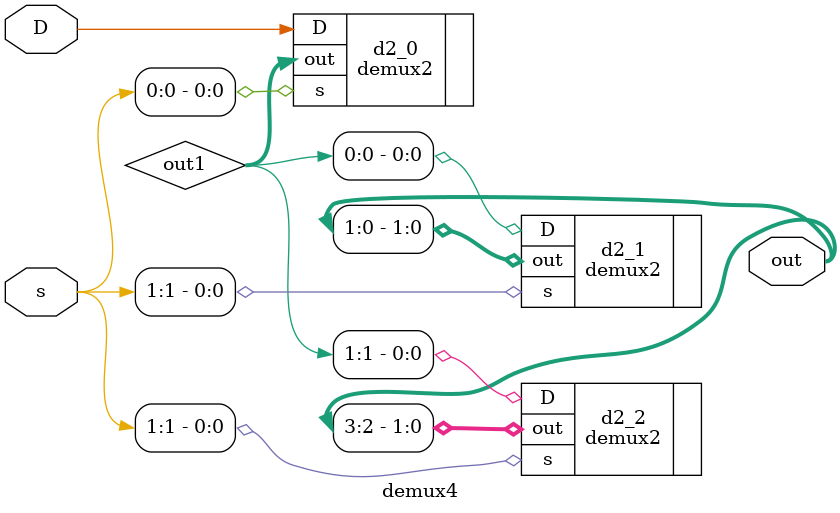
<source format=v>
`timescale 1ns / 1ps


module demux4(
input D,
input [1:0] s,
output [3:0]out
    );

wire [1:0]out1;
demux2 d2_0 (.D(D), .s(s[0]), .out(out1));         
demux2 d2_1 (.D(out1[0]), .s(s[1]), .out(out[1:0]));
demux2 d2_2 (.D(out1[1]), .s(s[1]), .out(out[3:2]));

endmodule

</source>
